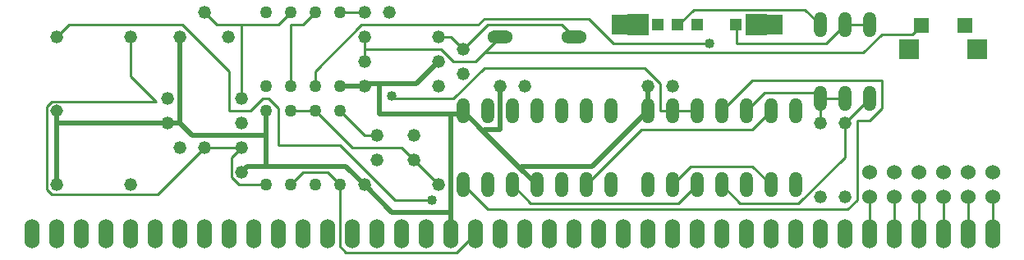
<source format=gbr>
G04 #@! TF.GenerationSoftware,KiCad,Pcbnew,5.1.6*
G04 #@! TF.CreationDate,2020-10-23T21:04:07+02:00*
G04 #@! TF.ProjectId,RC2014 - Single Stepper_ Revision 2,52433230-3134-4202-9d20-53696e676c65,rev?*
G04 #@! TF.SameCoordinates,Original*
G04 #@! TF.FileFunction,Copper,L1,Top*
G04 #@! TF.FilePolarity,Positive*
%FSLAX46Y46*%
G04 Gerber Fmt 4.6, Leading zero omitted, Abs format (unit mm)*
G04 Created by KiCad (PCBNEW 5.1.6) date 2020-10-23 21:04:07*
%MOMM*%
%LPD*%
G01*
G04 APERTURE LIST*
G04 #@! TA.AperFunction,ComponentPad*
%ADD10C,1.320800*%
G04 #@! TD*
G04 #@! TA.AperFunction,ComponentPad*
%ADD11O,2.641600X1.320800*%
G04 #@! TD*
G04 #@! TA.AperFunction,ComponentPad*
%ADD12C,1.270000*%
G04 #@! TD*
G04 #@! TA.AperFunction,ComponentPad*
%ADD13O,1.320800X2.641600*%
G04 #@! TD*
G04 #@! TA.AperFunction,ComponentPad*
%ADD14C,1.524000*%
G04 #@! TD*
G04 #@! TA.AperFunction,ComponentPad*
%ADD15O,1.524000X3.048000*%
G04 #@! TD*
G04 #@! TA.AperFunction,ComponentPad*
%ADD16R,2.095500X2.095500*%
G04 #@! TD*
G04 #@! TA.AperFunction,ComponentPad*
%ADD17R,2.286000X2.286000*%
G04 #@! TD*
G04 #@! TA.AperFunction,ComponentPad*
%ADD18R,1.308000X1.308000*%
G04 #@! TD*
G04 #@! TA.AperFunction,ComponentPad*
%ADD19R,1.524000X1.524000*%
G04 #@! TD*
G04 #@! TA.AperFunction,ComponentPad*
%ADD20C,1.308000*%
G04 #@! TD*
G04 #@! TA.AperFunction,ViaPad*
%ADD21C,1.016000*%
G04 #@! TD*
G04 #@! TA.AperFunction,Conductor*
%ADD22C,0.250000*%
G04 #@! TD*
G04 #@! TA.AperFunction,Conductor*
%ADD23C,0.254000*%
G04 #@! TD*
G04 #@! TA.AperFunction,Conductor*
%ADD24C,0.508000*%
G04 #@! TD*
G04 APERTURE END LIST*
D10*
X134061100Y-108173600D03*
X134061100Y-105633600D03*
X137871100Y-105633600D03*
X137871100Y-108173600D03*
X142951100Y-99283600D03*
X142951100Y-96743600D03*
X116281100Y-106903600D03*
X113741100Y-106903600D03*
X135331100Y-92933600D03*
X132791100Y-92933600D03*
D11*
X146761100Y-95473600D03*
X154381100Y-95473600D03*
D12*
X130251100Y-103093600D03*
X127711100Y-103093600D03*
X130251100Y-110713600D03*
X127711100Y-110713600D03*
X122631100Y-103093600D03*
X125171100Y-103093600D03*
X125171100Y-110713600D03*
X122631100Y-110713600D03*
D13*
X162001100Y-103093600D03*
X164541100Y-103093600D03*
X167081100Y-103093600D03*
X169621100Y-103093600D03*
X172161100Y-103093600D03*
X174701100Y-103093600D03*
X172161100Y-110713600D03*
X174701100Y-110713600D03*
X169621100Y-110713600D03*
X167081100Y-110713600D03*
X177241100Y-103093600D03*
X177241100Y-110713600D03*
X164541100Y-110713600D03*
X162001100Y-110713600D03*
X142951100Y-103093600D03*
X145491100Y-103093600D03*
X148031100Y-103093600D03*
X150571100Y-103093600D03*
X153111100Y-103093600D03*
X155651100Y-103093600D03*
X153111100Y-110713600D03*
X155651100Y-110713600D03*
X150571100Y-110713600D03*
X148031100Y-110713600D03*
X158191100Y-103093600D03*
X158191100Y-110713600D03*
X145491100Y-110713600D03*
X142951100Y-110713600D03*
D12*
X130251100Y-92933600D03*
X127711100Y-92933600D03*
X130251100Y-100553600D03*
X127711100Y-100553600D03*
X122631100Y-92933600D03*
X125171100Y-92933600D03*
X125171100Y-100553600D03*
X122631100Y-100553600D03*
D10*
X132791100Y-110713600D03*
X140411100Y-110713600D03*
X112471100Y-104363600D03*
X120091100Y-104363600D03*
X132791100Y-95473600D03*
X140411100Y-95473600D03*
X132791100Y-100553600D03*
X140411100Y-100553600D03*
X132791100Y-98013600D03*
X140411100Y-98013600D03*
X112471100Y-101823600D03*
X120091100Y-101823600D03*
D14*
X197561100Y-109443600D03*
X195021100Y-109443600D03*
X192481100Y-109443600D03*
X189941100Y-109443600D03*
X187401100Y-109443600D03*
X184861100Y-109443600D03*
X197561100Y-111983600D03*
X195021100Y-111983600D03*
X192481100Y-111983600D03*
X189941100Y-111983600D03*
X187401100Y-111983600D03*
X184861100Y-111983600D03*
D15*
X149301100Y-115793600D03*
X151841100Y-115793600D03*
X154381100Y-115793600D03*
X156921100Y-115793600D03*
X159461100Y-115793600D03*
X162001100Y-115793600D03*
X164541100Y-115793600D03*
X167081100Y-115793600D03*
X169621100Y-115793600D03*
X172161100Y-115793600D03*
X174701100Y-115793600D03*
X177241100Y-115793600D03*
X179781100Y-115793600D03*
X182321100Y-115793600D03*
X184861100Y-115793600D03*
X187401100Y-115793600D03*
X189941100Y-115793600D03*
X192481100Y-115793600D03*
X195021100Y-115793600D03*
X197561100Y-115793600D03*
X103581100Y-115793600D03*
X98501100Y-115793600D03*
X101041100Y-115793600D03*
X106121100Y-115793600D03*
X108661100Y-115793600D03*
X111201100Y-115793600D03*
X113741100Y-115793600D03*
X116281100Y-115793600D03*
X118821100Y-115793600D03*
X121361100Y-115793600D03*
X123901100Y-115793600D03*
X126441100Y-115793600D03*
X128981100Y-115793600D03*
X131521100Y-115793600D03*
X134061100Y-115793600D03*
X136601100Y-115793600D03*
X139141100Y-115793600D03*
X141681100Y-115793600D03*
X144221100Y-115793600D03*
X146761100Y-115793600D03*
D16*
X174878900Y-94203600D03*
X159283300Y-94203600D03*
D17*
X160985100Y-94203600D03*
X173177100Y-94203600D03*
D18*
X171068900Y-94203600D03*
X163067900Y-94203600D03*
X165074500Y-94203600D03*
X167081100Y-94203600D03*
D16*
X188975900Y-96718200D03*
X195986300Y-96718200D03*
D19*
X190233200Y-94229000D03*
X194729000Y-94229000D03*
D13*
X179781100Y-94203600D03*
X179781100Y-101823600D03*
X182321100Y-94203600D03*
X182321100Y-101823600D03*
X184861100Y-94203600D03*
X184861100Y-101823600D03*
D10*
X179781100Y-104363600D03*
X179781100Y-111983600D03*
X182321100Y-104363600D03*
X182321100Y-111983600D03*
X101041100Y-110713600D03*
X101041100Y-95473600D03*
X108661100Y-95473600D03*
X108661100Y-110713600D03*
D20*
X101041100Y-103093600D03*
D10*
X116281100Y-92933600D03*
X118795700Y-95473600D03*
X113766500Y-95473600D03*
X164541100Y-100553600D03*
X162001100Y-100553600D03*
X149301100Y-100553600D03*
X146761100Y-100553600D03*
X120091100Y-106903600D03*
X120091100Y-109443600D03*
D21*
X135648600Y-101506100D03*
X168351100Y-96108600D03*
X139776100Y-112301100D03*
D22*
X115620701Y-107563999D02*
X116281100Y-106903600D01*
X100568107Y-111699001D02*
X111485699Y-111699001D01*
X100055699Y-111186593D02*
X100568107Y-111699001D01*
X100055699Y-102630079D02*
X100055699Y-111186593D01*
X100571179Y-102114599D02*
X100055699Y-102630079D01*
X111303705Y-102114599D02*
X100571179Y-102114599D01*
X108661100Y-99471994D02*
X111303705Y-102114599D01*
X111485699Y-111699001D02*
X115620701Y-107563999D01*
X108661100Y-95473600D02*
X108661100Y-99471994D01*
X116281100Y-106903600D02*
X120091100Y-106903600D01*
X121733075Y-110713600D02*
X122631100Y-110713600D01*
X119105699Y-109916593D02*
X119902706Y-110713600D01*
X119902706Y-110713600D02*
X121733075Y-110713600D01*
X119105699Y-107889001D02*
X119105699Y-109916593D01*
X120091100Y-106903600D02*
X119105699Y-107889001D01*
D23*
X126441100Y-109443600D02*
X125171100Y-110713600D01*
X128981100Y-109443600D02*
X126441100Y-109443600D01*
X130251100Y-110713600D02*
X128981100Y-109443600D01*
X142316100Y-117698600D02*
X144221100Y-115793600D01*
X130886100Y-117698600D02*
X142316100Y-117698600D01*
X130251100Y-117063600D02*
X130886100Y-117698600D01*
X130251100Y-110713600D02*
X130251100Y-117063600D01*
X132791100Y-105633600D02*
X130251100Y-103093600D01*
X134061100Y-105633600D02*
X132791100Y-105633600D01*
X127711100Y-103093600D02*
X125171100Y-103093600D01*
X140411100Y-110713600D02*
X137871100Y-108173600D01*
X131521100Y-106903600D02*
X127711100Y-103093600D01*
X136601100Y-106903600D02*
X131521100Y-106903600D01*
X137871100Y-108173600D02*
X136601100Y-106903600D01*
D24*
X101041100Y-110713600D02*
X101041100Y-104363600D01*
X101041100Y-104363600D02*
X101041100Y-103093600D01*
X101041100Y-104363600D02*
X112471100Y-104363600D01*
X113741100Y-104363600D02*
X113741100Y-95473600D01*
X112471100Y-104363600D02*
X113741100Y-104363600D01*
X113741100Y-95473600D02*
X113766500Y-95473600D01*
X132791100Y-100553600D02*
X130251100Y-100553600D01*
X138188600Y-100236100D02*
X140411100Y-98013600D01*
X133108600Y-100236100D02*
X134378600Y-100236100D01*
X134378600Y-100236100D02*
X138188600Y-100236100D01*
X132791100Y-100553600D02*
X133108600Y-100236100D01*
X130886100Y-108808600D02*
X132791100Y-110713600D01*
X120726100Y-108808600D02*
X122631100Y-108808600D01*
X122631100Y-108808600D02*
X130886100Y-108808600D01*
X120091100Y-109443600D02*
X120726100Y-108808600D01*
X122631100Y-108808600D02*
X122631100Y-105633600D01*
X122631100Y-105633600D02*
X122631100Y-103093600D01*
X162001100Y-100553600D02*
X162001100Y-103093600D01*
X142951100Y-103093600D02*
X145014850Y-105157350D01*
X145014850Y-105157350D02*
X148824850Y-108967350D01*
X148824850Y-108967350D02*
X150571100Y-110713600D01*
X146761100Y-104998600D02*
X146761100Y-100553600D01*
X145173600Y-104998600D02*
X146761100Y-104998600D01*
X145173600Y-104998600D02*
X145014850Y-105157350D01*
X141681100Y-103411100D02*
X141681100Y-113571100D01*
X141681100Y-113571100D02*
X141681100Y-115793600D01*
X142951100Y-103411100D02*
X141681100Y-103411100D01*
X142951100Y-103411100D02*
X142951100Y-103093600D01*
X156286100Y-108808600D02*
X162001100Y-103093600D01*
X148983600Y-108808600D02*
X156286100Y-108808600D01*
X148983600Y-108808600D02*
X148824850Y-108967350D01*
X135648600Y-113571100D02*
X132791100Y-110713600D01*
X141681100Y-113571100D02*
X135648600Y-113571100D01*
X134378600Y-103411100D02*
X134378600Y-100236100D01*
X141681100Y-103411100D02*
X134378600Y-103411100D01*
X115011100Y-105633600D02*
X113741100Y-104363600D01*
X122631100Y-105633600D02*
X115011100Y-105633600D01*
D23*
X135966100Y-101823600D02*
X135648600Y-101506100D01*
X141998600Y-101823600D02*
X135966100Y-101823600D01*
X145173600Y-98648600D02*
X141998600Y-101823600D01*
X161683600Y-98648600D02*
X145173600Y-98648600D01*
X163271100Y-100236100D02*
X161683600Y-98648600D01*
X163271100Y-103093600D02*
X163271100Y-100236100D01*
X164541100Y-103093600D02*
X163271100Y-103093600D01*
X164541100Y-103093600D02*
X167081100Y-103093600D01*
X145491100Y-113253600D02*
X142951100Y-110713600D01*
X182638600Y-113253600D02*
X145491100Y-113253600D01*
X183591100Y-112301100D02*
X182638600Y-113253600D01*
X183591100Y-104046100D02*
X183591100Y-112301100D01*
X184861100Y-104046100D02*
X183591100Y-104046100D01*
X186131100Y-102776100D02*
X184861100Y-104046100D01*
X186131100Y-99918600D02*
X186131100Y-102776100D01*
X172796100Y-99918600D02*
X186131100Y-99918600D01*
X169621100Y-103093600D02*
X172796100Y-99918600D01*
X161366100Y-104998600D02*
X155651100Y-110713600D01*
X172796100Y-104998600D02*
X161366100Y-104998600D01*
X174701100Y-103093600D02*
X172796100Y-104998600D01*
X117551100Y-94203600D02*
X116281100Y-92933600D01*
X123901100Y-94203600D02*
X120091100Y-94203600D01*
X120091100Y-94203600D02*
X117551100Y-94203600D01*
X125171100Y-92933600D02*
X123901100Y-94203600D01*
X120091100Y-94203600D02*
X120091100Y-101823600D01*
X125171100Y-94203600D02*
X125171100Y-100553600D01*
X126441100Y-94203600D02*
X125171100Y-94203600D01*
X127711100Y-92933600D02*
X126441100Y-94203600D01*
X132791100Y-92933600D02*
X130251100Y-92933600D01*
X127711100Y-98966100D02*
X127711100Y-100553600D01*
X132473600Y-94203600D02*
X127711100Y-98966100D01*
X144538600Y-94203600D02*
X132473600Y-94203600D01*
X145173600Y-93568600D02*
X144538600Y-94203600D01*
X155968600Y-93568600D02*
X145173600Y-93568600D01*
X158508600Y-96108600D02*
X155968600Y-93568600D01*
X168351100Y-96108600D02*
X158508600Y-96108600D01*
X171526100Y-112618600D02*
X169621100Y-110713600D01*
X177558600Y-112618600D02*
X171526100Y-112618600D01*
X182321100Y-107856100D02*
X177558600Y-112618600D01*
X182321100Y-104363600D02*
X182321100Y-107856100D01*
X182321100Y-104363600D02*
X184861100Y-101823600D01*
X166446100Y-108808600D02*
X164541100Y-110713600D01*
X172796100Y-108808600D02*
X166446100Y-108808600D01*
X174701100Y-110713600D02*
X172796100Y-108808600D01*
X174066100Y-101188600D02*
X172161100Y-103093600D01*
X179146100Y-101188600D02*
X174066100Y-101188600D01*
X179781100Y-101823600D02*
X179146100Y-101188600D01*
X179781100Y-101823600D02*
X179781100Y-104363600D01*
X179781100Y-101823600D02*
X182321100Y-101823600D01*
X132791100Y-95473600D02*
X132791100Y-96743600D01*
X132791100Y-96743600D02*
X132791100Y-98013600D01*
X144221100Y-98013600D02*
X145173600Y-97061100D01*
X145173600Y-97061100D02*
X146761100Y-95473600D01*
X141998600Y-98013600D02*
X144221100Y-98013600D01*
X140728600Y-96743600D02*
X141998600Y-98013600D01*
X132791100Y-96743600D02*
X140728600Y-96743600D01*
X189306100Y-95156100D02*
X190233200Y-94229000D01*
X186131100Y-95156100D02*
X189306100Y-95156100D01*
X184226100Y-97061100D02*
X186131100Y-95156100D01*
X145173600Y-97061100D02*
X184226100Y-97061100D01*
X141681100Y-95473600D02*
X142951100Y-96743600D01*
X140411100Y-95473600D02*
X141681100Y-95473600D01*
X153111100Y-94203600D02*
X154381100Y-95473600D01*
X145491100Y-94203600D02*
X153111100Y-94203600D01*
X142951100Y-96743600D02*
X145491100Y-94203600D01*
X149936100Y-112618600D02*
X148031100Y-110713600D01*
X165176100Y-112618600D02*
X149936100Y-112618600D01*
X167081100Y-110713600D02*
X165176100Y-112618600D01*
X197561100Y-111983600D02*
X197561100Y-115793600D01*
X195021100Y-111983600D02*
X195021100Y-115793600D01*
X192481100Y-111983600D02*
X192481100Y-115793600D01*
X189941100Y-111983600D02*
X189941100Y-115793600D01*
X187401100Y-111983600D02*
X187401100Y-115793600D01*
X184861100Y-111983600D02*
X184861100Y-115793600D01*
X171208600Y-96108600D02*
X171208600Y-94203600D01*
X180416100Y-96108600D02*
X171208600Y-96108600D01*
X182321100Y-94203600D02*
X180416100Y-96108600D01*
X171208600Y-94203600D02*
X171068900Y-94203600D01*
X182321100Y-94203600D02*
X184861100Y-94203600D01*
X166763600Y-92616100D02*
X165176100Y-94203600D01*
X178193600Y-92616100D02*
X166763600Y-92616100D01*
X179781100Y-94203600D02*
X178193600Y-92616100D01*
X165176100Y-94203600D02*
X165074500Y-94203600D01*
X102311100Y-94203600D02*
X101041100Y-95473600D01*
X114058600Y-94203600D02*
X102311100Y-94203600D01*
X118821100Y-98966100D02*
X114058600Y-94203600D01*
X118821100Y-103093600D02*
X118821100Y-98966100D01*
X121043600Y-103093600D02*
X118821100Y-103093600D01*
X122313600Y-101823600D02*
X121043600Y-103093600D01*
X122948600Y-101823600D02*
X122313600Y-101823600D01*
X123901100Y-102776100D02*
X122948600Y-101823600D01*
X123901100Y-106586100D02*
X123901100Y-102776100D01*
X130251100Y-106586100D02*
X123901100Y-106586100D01*
X135966100Y-112301100D02*
X130251100Y-106586100D01*
X139776100Y-112301100D02*
X135966100Y-112301100D01*
M02*

</source>
